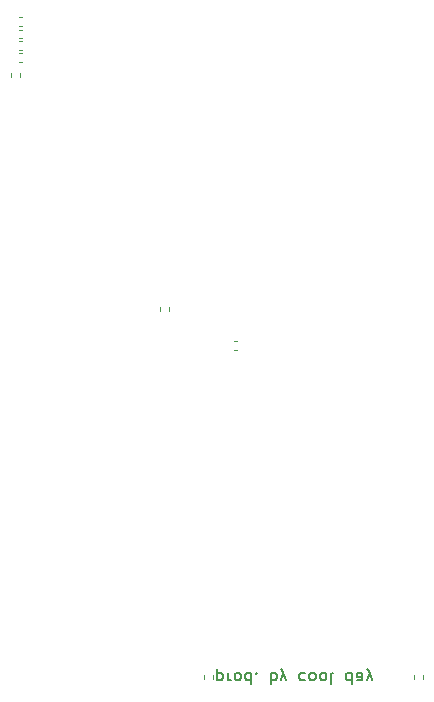
<source format=gbr>
%TF.GenerationSoftware,KiCad,Pcbnew,7.0.10*%
%TF.CreationDate,2024-03-26T21:26:04+03:00*%
%TF.ProjectId,com_1300,636f6d5f-3133-4303-902e-6b696361645f,rev?*%
%TF.SameCoordinates,Original*%
%TF.FileFunction,Legend,Bot*%
%TF.FilePolarity,Positive*%
%FSLAX46Y46*%
G04 Gerber Fmt 4.6, Leading zero omitted, Abs format (unit mm)*
G04 Created by KiCad (PCBNEW 7.0.10) date 2024-03-26 21:26:04*
%MOMM*%
%LPD*%
G01*
G04 APERTURE LIST*
%ADD10C,0.150000*%
%ADD11C,0.120000*%
G04 APERTURE END LIST*
D10*
X33446189Y-79791847D02*
X33446189Y-78791847D01*
X33446189Y-79744228D02*
X33541427Y-79791847D01*
X33541427Y-79791847D02*
X33731903Y-79791847D01*
X33731903Y-79791847D02*
X33827141Y-79744228D01*
X33827141Y-79744228D02*
X33874760Y-79696609D01*
X33874760Y-79696609D02*
X33922379Y-79601371D01*
X33922379Y-79601371D02*
X33922379Y-79315657D01*
X33922379Y-79315657D02*
X33874760Y-79220419D01*
X33874760Y-79220419D02*
X33827141Y-79172800D01*
X33827141Y-79172800D02*
X33731903Y-79125180D01*
X33731903Y-79125180D02*
X33541427Y-79125180D01*
X33541427Y-79125180D02*
X33446189Y-79172800D01*
X34350951Y-79125180D02*
X34350951Y-79791847D01*
X34350951Y-79601371D02*
X34398570Y-79696609D01*
X34398570Y-79696609D02*
X34446189Y-79744228D01*
X34446189Y-79744228D02*
X34541427Y-79791847D01*
X34541427Y-79791847D02*
X34636665Y-79791847D01*
X35112856Y-79125180D02*
X35017618Y-79172800D01*
X35017618Y-79172800D02*
X34969999Y-79220419D01*
X34969999Y-79220419D02*
X34922380Y-79315657D01*
X34922380Y-79315657D02*
X34922380Y-79601371D01*
X34922380Y-79601371D02*
X34969999Y-79696609D01*
X34969999Y-79696609D02*
X35017618Y-79744228D01*
X35017618Y-79744228D02*
X35112856Y-79791847D01*
X35112856Y-79791847D02*
X35255713Y-79791847D01*
X35255713Y-79791847D02*
X35350951Y-79744228D01*
X35350951Y-79744228D02*
X35398570Y-79696609D01*
X35398570Y-79696609D02*
X35446189Y-79601371D01*
X35446189Y-79601371D02*
X35446189Y-79315657D01*
X35446189Y-79315657D02*
X35398570Y-79220419D01*
X35398570Y-79220419D02*
X35350951Y-79172800D01*
X35350951Y-79172800D02*
X35255713Y-79125180D01*
X35255713Y-79125180D02*
X35112856Y-79125180D01*
X36303332Y-79125180D02*
X36303332Y-80125180D01*
X36303332Y-79172800D02*
X36208094Y-79125180D01*
X36208094Y-79125180D02*
X36017618Y-79125180D01*
X36017618Y-79125180D02*
X35922380Y-79172800D01*
X35922380Y-79172800D02*
X35874761Y-79220419D01*
X35874761Y-79220419D02*
X35827142Y-79315657D01*
X35827142Y-79315657D02*
X35827142Y-79601371D01*
X35827142Y-79601371D02*
X35874761Y-79696609D01*
X35874761Y-79696609D02*
X35922380Y-79744228D01*
X35922380Y-79744228D02*
X36017618Y-79791847D01*
X36017618Y-79791847D02*
X36208094Y-79791847D01*
X36208094Y-79791847D02*
X36303332Y-79744228D01*
X36779523Y-79220419D02*
X36827142Y-79172800D01*
X36827142Y-79172800D02*
X36779523Y-79125180D01*
X36779523Y-79125180D02*
X36731904Y-79172800D01*
X36731904Y-79172800D02*
X36779523Y-79220419D01*
X36779523Y-79220419D02*
X36779523Y-79125180D01*
X38017618Y-79125180D02*
X38017618Y-80125180D01*
X38017618Y-79744228D02*
X38112856Y-79791847D01*
X38112856Y-79791847D02*
X38303332Y-79791847D01*
X38303332Y-79791847D02*
X38398570Y-79744228D01*
X38398570Y-79744228D02*
X38446189Y-79696609D01*
X38446189Y-79696609D02*
X38493808Y-79601371D01*
X38493808Y-79601371D02*
X38493808Y-79315657D01*
X38493808Y-79315657D02*
X38446189Y-79220419D01*
X38446189Y-79220419D02*
X38398570Y-79172800D01*
X38398570Y-79172800D02*
X38303332Y-79125180D01*
X38303332Y-79125180D02*
X38112856Y-79125180D01*
X38112856Y-79125180D02*
X38017618Y-79172800D01*
X38827142Y-79791847D02*
X39065237Y-79125180D01*
X39303332Y-79791847D02*
X39065237Y-79125180D01*
X39065237Y-79125180D02*
X38969999Y-78887085D01*
X38969999Y-78887085D02*
X38922380Y-78839466D01*
X38922380Y-78839466D02*
X38827142Y-78791847D01*
X40874761Y-79172800D02*
X40779523Y-79125180D01*
X40779523Y-79125180D02*
X40589047Y-79125180D01*
X40589047Y-79125180D02*
X40493809Y-79172800D01*
X40493809Y-79172800D02*
X40446190Y-79220419D01*
X40446190Y-79220419D02*
X40398571Y-79315657D01*
X40398571Y-79315657D02*
X40398571Y-79601371D01*
X40398571Y-79601371D02*
X40446190Y-79696609D01*
X40446190Y-79696609D02*
X40493809Y-79744228D01*
X40493809Y-79744228D02*
X40589047Y-79791847D01*
X40589047Y-79791847D02*
X40779523Y-79791847D01*
X40779523Y-79791847D02*
X40874761Y-79744228D01*
X41446190Y-79125180D02*
X41350952Y-79172800D01*
X41350952Y-79172800D02*
X41303333Y-79220419D01*
X41303333Y-79220419D02*
X41255714Y-79315657D01*
X41255714Y-79315657D02*
X41255714Y-79601371D01*
X41255714Y-79601371D02*
X41303333Y-79696609D01*
X41303333Y-79696609D02*
X41350952Y-79744228D01*
X41350952Y-79744228D02*
X41446190Y-79791847D01*
X41446190Y-79791847D02*
X41589047Y-79791847D01*
X41589047Y-79791847D02*
X41684285Y-79744228D01*
X41684285Y-79744228D02*
X41731904Y-79696609D01*
X41731904Y-79696609D02*
X41779523Y-79601371D01*
X41779523Y-79601371D02*
X41779523Y-79315657D01*
X41779523Y-79315657D02*
X41731904Y-79220419D01*
X41731904Y-79220419D02*
X41684285Y-79172800D01*
X41684285Y-79172800D02*
X41589047Y-79125180D01*
X41589047Y-79125180D02*
X41446190Y-79125180D01*
X42350952Y-79125180D02*
X42255714Y-79172800D01*
X42255714Y-79172800D02*
X42208095Y-79220419D01*
X42208095Y-79220419D02*
X42160476Y-79315657D01*
X42160476Y-79315657D02*
X42160476Y-79601371D01*
X42160476Y-79601371D02*
X42208095Y-79696609D01*
X42208095Y-79696609D02*
X42255714Y-79744228D01*
X42255714Y-79744228D02*
X42350952Y-79791847D01*
X42350952Y-79791847D02*
X42493809Y-79791847D01*
X42493809Y-79791847D02*
X42589047Y-79744228D01*
X42589047Y-79744228D02*
X42636666Y-79696609D01*
X42636666Y-79696609D02*
X42684285Y-79601371D01*
X42684285Y-79601371D02*
X42684285Y-79315657D01*
X42684285Y-79315657D02*
X42636666Y-79220419D01*
X42636666Y-79220419D02*
X42589047Y-79172800D01*
X42589047Y-79172800D02*
X42493809Y-79125180D01*
X42493809Y-79125180D02*
X42350952Y-79125180D01*
X43255714Y-79125180D02*
X43160476Y-79172800D01*
X43160476Y-79172800D02*
X43112857Y-79268038D01*
X43112857Y-79268038D02*
X43112857Y-80125180D01*
X44827143Y-79125180D02*
X44827143Y-80125180D01*
X44827143Y-79172800D02*
X44731905Y-79125180D01*
X44731905Y-79125180D02*
X44541429Y-79125180D01*
X44541429Y-79125180D02*
X44446191Y-79172800D01*
X44446191Y-79172800D02*
X44398572Y-79220419D01*
X44398572Y-79220419D02*
X44350953Y-79315657D01*
X44350953Y-79315657D02*
X44350953Y-79601371D01*
X44350953Y-79601371D02*
X44398572Y-79696609D01*
X44398572Y-79696609D02*
X44446191Y-79744228D01*
X44446191Y-79744228D02*
X44541429Y-79791847D01*
X44541429Y-79791847D02*
X44731905Y-79791847D01*
X44731905Y-79791847D02*
X44827143Y-79744228D01*
X45731905Y-79125180D02*
X45731905Y-79648990D01*
X45731905Y-79648990D02*
X45684286Y-79744228D01*
X45684286Y-79744228D02*
X45589048Y-79791847D01*
X45589048Y-79791847D02*
X45398572Y-79791847D01*
X45398572Y-79791847D02*
X45303334Y-79744228D01*
X45731905Y-79172800D02*
X45636667Y-79125180D01*
X45636667Y-79125180D02*
X45398572Y-79125180D01*
X45398572Y-79125180D02*
X45303334Y-79172800D01*
X45303334Y-79172800D02*
X45255715Y-79268038D01*
X45255715Y-79268038D02*
X45255715Y-79363276D01*
X45255715Y-79363276D02*
X45303334Y-79458514D01*
X45303334Y-79458514D02*
X45398572Y-79506133D01*
X45398572Y-79506133D02*
X45636667Y-79506133D01*
X45636667Y-79506133D02*
X45731905Y-79553752D01*
X46112858Y-79791847D02*
X46350953Y-79125180D01*
X46589048Y-79791847D02*
X46350953Y-79125180D01*
X46350953Y-79125180D02*
X46255715Y-78887085D01*
X46255715Y-78887085D02*
X46208096Y-78839466D01*
X46208096Y-78839466D02*
X46112858Y-78791847D01*
D11*
%TO.C,R11*%
X29380000Y-48196359D02*
X29380000Y-48503641D01*
X28620000Y-48196359D02*
X28620000Y-48503641D01*
%TO.C,C24*%
X16927836Y-25690000D02*
X16712164Y-25690000D01*
X16927836Y-26410000D02*
X16712164Y-26410000D01*
%TO.C,C27*%
X16712164Y-24360000D02*
X16927836Y-24360000D01*
X16712164Y-23640000D02*
X16927836Y-23640000D01*
%TO.C,C12*%
X16712164Y-27410000D02*
X16927836Y-27410000D01*
X16712164Y-26690000D02*
X16927836Y-26690000D01*
%TO.C,R16*%
X50097500Y-79346359D02*
X50097500Y-79653641D01*
X50857500Y-79346359D02*
X50857500Y-79653641D01*
%TO.C,R22*%
X16000000Y-28693641D02*
X16000000Y-28386359D01*
X16760000Y-28693641D02*
X16760000Y-28386359D01*
%TO.C,C8*%
X16712164Y-25410000D02*
X16927836Y-25410000D01*
X16712164Y-24690000D02*
X16927836Y-24690000D01*
%TO.C,R3*%
X34846359Y-51020000D02*
X35153641Y-51020000D01*
X34846359Y-51780000D02*
X35153641Y-51780000D01*
%TO.C,R17*%
X33077500Y-79653641D02*
X33077500Y-79346359D01*
X32317500Y-79653641D02*
X32317500Y-79346359D01*
%TD*%
M02*

</source>
